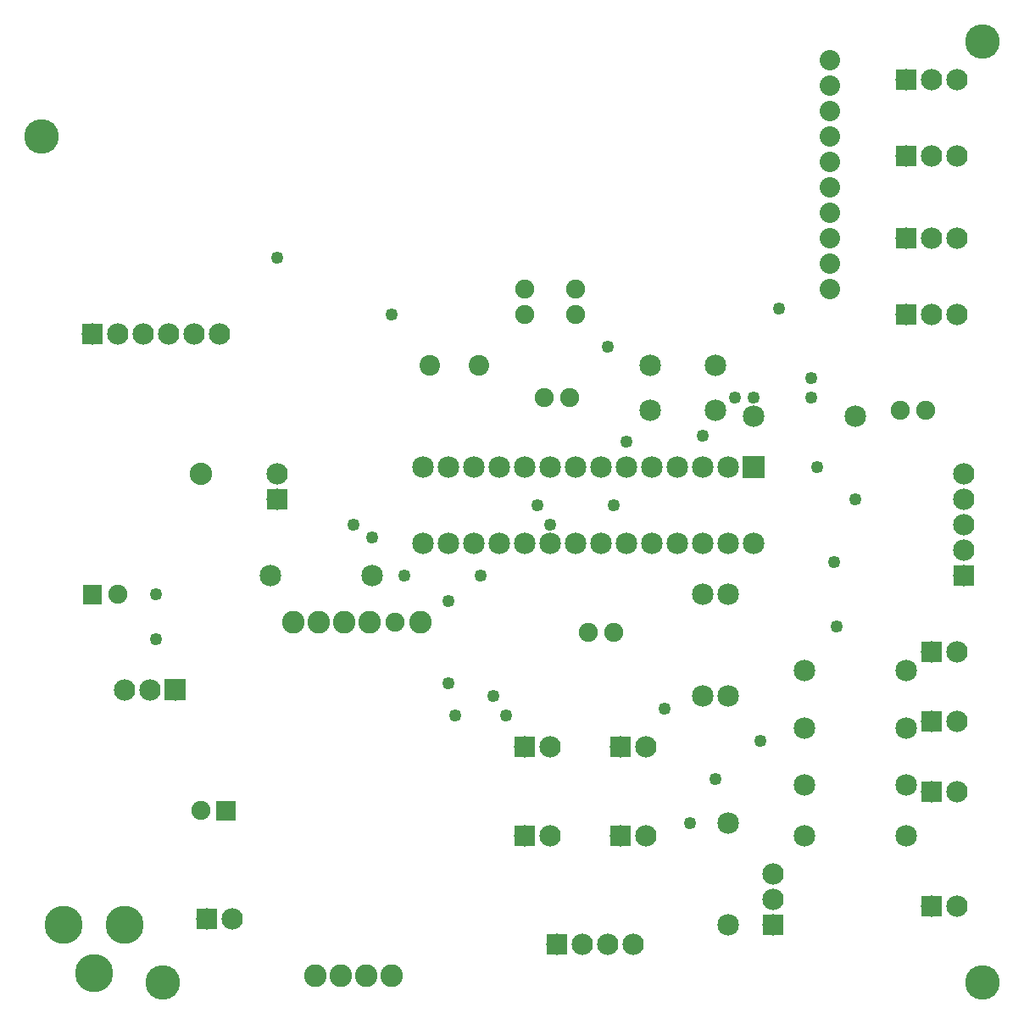
<source format=gbs>
G04 MADE WITH FRITZING*
G04 WWW.FRITZING.ORG*
G04 DOUBLE SIDED*
G04 HOLES PLATED*
G04 CONTOUR ON CENTER OF CONTOUR VECTOR*
%ASAXBY*%
%FSLAX23Y23*%
%MOIN*%
%OFA0B0*%
%SFA1.0B1.0*%
%ADD10C,0.088000*%
%ADD11C,0.049370*%
%ADD12C,0.085000*%
%ADD13C,0.084000*%
%ADD14C,0.075000*%
%ADD15C,0.135984*%
%ADD16C,0.080925*%
%ADD17C,0.080866*%
%ADD18C,0.080000*%
%ADD19C,0.088861*%
%ADD20C,0.074972*%
%ADD21C,0.088833*%
%ADD22C,0.074944*%
%ADD23C,0.150000*%
%ADD24R,0.084000X0.084000*%
%ADD25R,0.085000X0.085000*%
%ADD26R,0.001000X0.001000*%
%LNMASK0*%
G90*
G70*
G54D10*
X738Y2136D03*
G54D11*
X1038Y2986D03*
X2563Y1211D03*
X2663Y761D03*
X1838Y1736D03*
X1713Y1636D03*
X1713Y1311D03*
X563Y1486D03*
X563Y1661D03*
X1738Y1186D03*
X1938Y1186D03*
X2363Y2011D03*
X2063Y2011D03*
X1338Y1936D03*
X1413Y1886D03*
X1538Y1736D03*
X1488Y2761D03*
X2413Y2261D03*
X2338Y2636D03*
G54D12*
X3313Y2361D03*
X2913Y2361D03*
G54D13*
X2138Y286D03*
X2238Y286D03*
X2338Y286D03*
X2438Y286D03*
G54D11*
X2838Y2436D03*
X3138Y2511D03*
X3163Y2161D03*
X3313Y2036D03*
G54D14*
X3588Y2386D03*
X3488Y2386D03*
G54D11*
X2913Y2436D03*
X3138Y2436D03*
X3013Y2786D03*
G54D12*
X2507Y2563D03*
X2763Y2563D03*
X2507Y2386D03*
X2763Y2386D03*
G54D14*
X2188Y2436D03*
X2088Y2436D03*
X2363Y1511D03*
X2263Y1511D03*
G54D15*
X3813Y136D03*
X3813Y3836D03*
X113Y3461D03*
X588Y136D03*
G54D16*
X1638Y2561D03*
G54D17*
X1831Y2561D03*
G54D18*
X3213Y3761D03*
X3213Y3661D03*
X3213Y3561D03*
X3213Y3461D03*
X3213Y3361D03*
X3213Y3261D03*
X3213Y3161D03*
X3213Y3061D03*
X3213Y2961D03*
X3213Y2861D03*
G54D19*
X1603Y1551D03*
G54D20*
X1503Y1551D03*
G54D19*
X1403Y1551D03*
X1303Y1551D03*
X1203Y1551D03*
X1103Y1551D03*
G54D21*
X1488Y161D03*
X1388Y161D03*
X1288Y161D03*
X1188Y161D03*
G54D20*
X1603Y1551D03*
X1503Y1551D03*
X1403Y1551D03*
X1303Y1551D03*
X1203Y1551D03*
X1103Y1551D03*
G54D22*
X1488Y161D03*
X1388Y161D03*
X1288Y161D03*
X1188Y161D03*
G54D12*
X2913Y2161D03*
X2913Y1861D03*
X2813Y2161D03*
X2813Y1861D03*
X2713Y2161D03*
X2713Y1861D03*
X2613Y2161D03*
X2613Y1861D03*
X2513Y2161D03*
X2513Y1861D03*
X2413Y2161D03*
X2413Y1861D03*
X2313Y2161D03*
X2313Y1861D03*
X2213Y2161D03*
X2213Y1861D03*
X2113Y2161D03*
X2113Y1861D03*
X2013Y2161D03*
X2013Y1861D03*
X1913Y2161D03*
X1913Y1861D03*
X1813Y2161D03*
X1813Y1861D03*
X1713Y2161D03*
X1713Y1861D03*
X1613Y2161D03*
X1613Y1861D03*
G54D13*
X638Y1286D03*
X538Y1286D03*
X438Y1286D03*
G54D23*
X438Y361D03*
X198Y361D03*
X318Y171D03*
G54D14*
X838Y811D03*
X738Y811D03*
X2013Y2861D03*
X2013Y2761D03*
X2213Y2761D03*
X2213Y2861D03*
G54D12*
X2713Y1261D03*
X2713Y1661D03*
X2813Y1661D03*
X2813Y1261D03*
G54D14*
X313Y1661D03*
X413Y1661D03*
G54D12*
X1013Y1736D03*
X1413Y1736D03*
X2813Y761D03*
X2813Y361D03*
X3513Y711D03*
X3113Y711D03*
X3513Y1136D03*
X3113Y1136D03*
X3513Y1361D03*
X3113Y1361D03*
X3513Y911D03*
X3113Y911D03*
G54D11*
X2713Y2286D03*
X2938Y1086D03*
X3228Y1789D03*
X2113Y1936D03*
X3238Y1536D03*
X2763Y936D03*
G54D13*
X2388Y711D03*
X2488Y711D03*
X2013Y711D03*
X2113Y711D03*
X2388Y1061D03*
X2488Y1061D03*
X2013Y1061D03*
X2113Y1061D03*
X2988Y361D03*
X2988Y461D03*
X2988Y561D03*
X3613Y436D03*
X3713Y436D03*
X763Y386D03*
X863Y386D03*
X3513Y2761D03*
X3613Y2761D03*
X3713Y2761D03*
X3513Y3061D03*
X3613Y3061D03*
X3713Y3061D03*
X3513Y3386D03*
X3613Y3386D03*
X3713Y3386D03*
X3513Y3686D03*
X3613Y3686D03*
X3713Y3686D03*
X3613Y886D03*
X3713Y886D03*
X3613Y1161D03*
X3713Y1161D03*
X3613Y1436D03*
X3713Y1436D03*
X1038Y2036D03*
X1038Y2136D03*
X3738Y1736D03*
X3738Y1836D03*
X3738Y1936D03*
X3738Y2036D03*
X3738Y2136D03*
X313Y2686D03*
X413Y2686D03*
X513Y2686D03*
X613Y2686D03*
X713Y2686D03*
X813Y2686D03*
G54D11*
X1888Y1261D03*
G54D24*
X2138Y286D03*
G54D25*
X2913Y2161D03*
G54D24*
X2388Y711D03*
X2013Y711D03*
X2388Y1061D03*
X2013Y1061D03*
X2988Y361D03*
X3613Y436D03*
X763Y386D03*
X3513Y2761D03*
X3513Y3061D03*
X3513Y3386D03*
X3513Y3686D03*
X3613Y886D03*
X3613Y1161D03*
X3613Y1436D03*
X1038Y2036D03*
X3738Y1736D03*
X313Y2686D03*
G54D26*
X275Y1698D02*
X349Y1698D01*
X275Y1697D02*
X349Y1697D01*
X275Y1696D02*
X349Y1696D01*
X275Y1695D02*
X349Y1695D01*
X275Y1694D02*
X349Y1694D01*
X275Y1693D02*
X349Y1693D01*
X275Y1692D02*
X349Y1692D01*
X275Y1691D02*
X349Y1691D01*
X275Y1690D02*
X349Y1690D01*
X275Y1689D02*
X349Y1689D01*
X275Y1688D02*
X349Y1688D01*
X275Y1687D02*
X349Y1687D01*
X275Y1686D02*
X349Y1686D01*
X275Y1685D02*
X349Y1685D01*
X275Y1684D02*
X349Y1684D01*
X275Y1683D02*
X349Y1683D01*
X275Y1682D02*
X349Y1682D01*
X275Y1681D02*
X349Y1681D01*
X275Y1680D02*
X349Y1680D01*
X275Y1679D02*
X349Y1679D01*
X275Y1678D02*
X349Y1678D01*
X275Y1677D02*
X349Y1677D01*
X275Y1676D02*
X349Y1676D01*
X275Y1675D02*
X349Y1675D01*
X275Y1674D02*
X349Y1674D01*
X275Y1673D02*
X349Y1673D01*
X275Y1672D02*
X349Y1672D01*
X275Y1671D02*
X349Y1671D01*
X275Y1670D02*
X309Y1670D01*
X315Y1670D02*
X349Y1670D01*
X275Y1669D02*
X307Y1669D01*
X317Y1669D02*
X349Y1669D01*
X275Y1668D02*
X306Y1668D01*
X318Y1668D02*
X349Y1668D01*
X275Y1667D02*
X305Y1667D01*
X319Y1667D02*
X349Y1667D01*
X275Y1666D02*
X304Y1666D01*
X320Y1666D02*
X349Y1666D01*
X275Y1665D02*
X304Y1665D01*
X321Y1665D02*
X349Y1665D01*
X275Y1664D02*
X303Y1664D01*
X321Y1664D02*
X349Y1664D01*
X275Y1663D02*
X303Y1663D01*
X321Y1663D02*
X349Y1663D01*
X275Y1662D02*
X303Y1662D01*
X321Y1662D02*
X349Y1662D01*
X275Y1661D02*
X303Y1661D01*
X321Y1661D02*
X349Y1661D01*
X275Y1660D02*
X303Y1660D01*
X321Y1660D02*
X349Y1660D01*
X275Y1659D02*
X303Y1659D01*
X321Y1659D02*
X349Y1659D01*
X275Y1658D02*
X304Y1658D01*
X321Y1658D02*
X349Y1658D01*
X275Y1657D02*
X304Y1657D01*
X320Y1657D02*
X349Y1657D01*
X275Y1656D02*
X305Y1656D01*
X320Y1656D02*
X349Y1656D01*
X275Y1655D02*
X306Y1655D01*
X319Y1655D02*
X349Y1655D01*
X275Y1654D02*
X307Y1654D01*
X317Y1654D02*
X349Y1654D01*
X275Y1653D02*
X309Y1653D01*
X315Y1653D02*
X349Y1653D01*
X275Y1652D02*
X349Y1652D01*
X275Y1651D02*
X349Y1651D01*
X275Y1650D02*
X349Y1650D01*
X275Y1649D02*
X349Y1649D01*
X275Y1648D02*
X349Y1648D01*
X275Y1647D02*
X349Y1647D01*
X275Y1646D02*
X349Y1646D01*
X275Y1645D02*
X349Y1645D01*
X275Y1644D02*
X349Y1644D01*
X275Y1643D02*
X349Y1643D01*
X275Y1642D02*
X349Y1642D01*
X275Y1641D02*
X349Y1641D01*
X275Y1640D02*
X349Y1640D01*
X275Y1639D02*
X349Y1639D01*
X275Y1638D02*
X349Y1638D01*
X275Y1637D02*
X349Y1637D01*
X275Y1636D02*
X349Y1636D01*
X275Y1635D02*
X349Y1635D01*
X275Y1634D02*
X349Y1634D01*
X275Y1633D02*
X349Y1633D01*
X275Y1632D02*
X349Y1632D01*
X275Y1631D02*
X349Y1631D01*
X275Y1630D02*
X349Y1630D01*
X275Y1629D02*
X349Y1629D01*
X275Y1628D02*
X349Y1628D01*
X275Y1627D02*
X349Y1627D01*
X275Y1626D02*
X349Y1626D01*
X275Y1625D02*
X349Y1625D01*
X276Y1624D02*
X349Y1624D01*
X596Y1328D02*
X679Y1328D01*
X596Y1327D02*
X679Y1327D01*
X596Y1326D02*
X679Y1326D01*
X596Y1325D02*
X679Y1325D01*
X596Y1324D02*
X679Y1324D01*
X596Y1323D02*
X679Y1323D01*
X596Y1322D02*
X679Y1322D01*
X596Y1321D02*
X679Y1321D01*
X596Y1320D02*
X679Y1320D01*
X596Y1319D02*
X679Y1319D01*
X596Y1318D02*
X679Y1318D01*
X596Y1317D02*
X679Y1317D01*
X596Y1316D02*
X679Y1316D01*
X596Y1315D02*
X679Y1315D01*
X596Y1314D02*
X679Y1314D01*
X596Y1313D02*
X679Y1313D01*
X596Y1312D02*
X679Y1312D01*
X596Y1311D02*
X679Y1311D01*
X596Y1310D02*
X679Y1310D01*
X596Y1309D02*
X679Y1309D01*
X596Y1308D02*
X679Y1308D01*
X596Y1307D02*
X679Y1307D01*
X596Y1306D02*
X679Y1306D01*
X596Y1305D02*
X679Y1305D01*
X596Y1304D02*
X679Y1304D01*
X596Y1303D02*
X679Y1303D01*
X596Y1302D02*
X679Y1302D01*
X596Y1301D02*
X635Y1301D01*
X639Y1301D02*
X679Y1301D01*
X596Y1300D02*
X631Y1300D01*
X644Y1300D02*
X679Y1300D01*
X596Y1299D02*
X629Y1299D01*
X645Y1299D02*
X679Y1299D01*
X596Y1298D02*
X628Y1298D01*
X647Y1298D02*
X679Y1298D01*
X596Y1297D02*
X627Y1297D01*
X648Y1297D02*
X679Y1297D01*
X596Y1296D02*
X626Y1296D01*
X649Y1296D02*
X679Y1296D01*
X596Y1295D02*
X625Y1295D01*
X650Y1295D02*
X679Y1295D01*
X596Y1294D02*
X624Y1294D01*
X650Y1294D02*
X679Y1294D01*
X596Y1293D02*
X623Y1293D01*
X651Y1293D02*
X679Y1293D01*
X596Y1292D02*
X623Y1292D01*
X651Y1292D02*
X679Y1292D01*
X596Y1291D02*
X623Y1291D01*
X652Y1291D02*
X679Y1291D01*
X596Y1290D02*
X622Y1290D01*
X652Y1290D02*
X679Y1290D01*
X596Y1289D02*
X622Y1289D01*
X652Y1289D02*
X679Y1289D01*
X596Y1288D02*
X622Y1288D01*
X652Y1288D02*
X679Y1288D01*
X596Y1287D02*
X622Y1287D01*
X652Y1287D02*
X679Y1287D01*
X596Y1286D02*
X622Y1286D01*
X652Y1286D02*
X679Y1286D01*
X596Y1285D02*
X622Y1285D01*
X652Y1285D02*
X679Y1285D01*
X596Y1284D02*
X622Y1284D01*
X652Y1284D02*
X679Y1284D01*
X596Y1283D02*
X622Y1283D01*
X652Y1283D02*
X679Y1283D01*
X596Y1282D02*
X623Y1282D01*
X652Y1282D02*
X679Y1282D01*
X596Y1281D02*
X623Y1281D01*
X651Y1281D02*
X679Y1281D01*
X596Y1280D02*
X623Y1280D01*
X651Y1280D02*
X679Y1280D01*
X596Y1279D02*
X624Y1279D01*
X650Y1279D02*
X679Y1279D01*
X596Y1278D02*
X625Y1278D01*
X650Y1278D02*
X679Y1278D01*
X596Y1277D02*
X625Y1277D01*
X649Y1277D02*
X679Y1277D01*
X596Y1276D02*
X626Y1276D01*
X648Y1276D02*
X679Y1276D01*
X596Y1275D02*
X628Y1275D01*
X647Y1275D02*
X679Y1275D01*
X596Y1274D02*
X629Y1274D01*
X646Y1274D02*
X679Y1274D01*
X596Y1273D02*
X631Y1273D01*
X644Y1273D02*
X679Y1273D01*
X596Y1272D02*
X634Y1272D01*
X640Y1272D02*
X679Y1272D01*
X596Y1271D02*
X679Y1271D01*
X596Y1270D02*
X679Y1270D01*
X596Y1269D02*
X679Y1269D01*
X596Y1268D02*
X679Y1268D01*
X596Y1267D02*
X679Y1267D01*
X596Y1266D02*
X679Y1266D01*
X596Y1265D02*
X679Y1265D01*
X596Y1264D02*
X679Y1264D01*
X596Y1263D02*
X679Y1263D01*
X596Y1262D02*
X679Y1262D01*
X596Y1261D02*
X679Y1261D01*
X596Y1260D02*
X679Y1260D01*
X596Y1259D02*
X679Y1259D01*
X596Y1258D02*
X679Y1258D01*
X596Y1257D02*
X679Y1257D01*
X596Y1256D02*
X679Y1256D01*
X596Y1255D02*
X679Y1255D01*
X596Y1254D02*
X679Y1254D01*
X596Y1253D02*
X679Y1253D01*
X596Y1252D02*
X679Y1252D01*
X596Y1251D02*
X679Y1251D01*
X596Y1250D02*
X679Y1250D01*
X596Y1249D02*
X679Y1249D01*
X596Y1248D02*
X679Y1248D01*
X596Y1247D02*
X679Y1247D01*
X596Y1246D02*
X679Y1246D01*
X596Y1245D02*
X679Y1245D01*
X800Y848D02*
X874Y848D01*
X800Y847D02*
X874Y847D01*
X800Y846D02*
X874Y846D01*
X800Y845D02*
X874Y845D01*
X800Y844D02*
X874Y844D01*
X800Y843D02*
X874Y843D01*
X800Y842D02*
X874Y842D01*
X800Y841D02*
X874Y841D01*
X800Y840D02*
X874Y840D01*
X800Y839D02*
X874Y839D01*
X800Y838D02*
X874Y838D01*
X800Y837D02*
X874Y837D01*
X800Y836D02*
X874Y836D01*
X800Y835D02*
X874Y835D01*
X800Y834D02*
X874Y834D01*
X800Y833D02*
X874Y833D01*
X800Y832D02*
X874Y832D01*
X800Y831D02*
X874Y831D01*
X800Y830D02*
X874Y830D01*
X800Y829D02*
X874Y829D01*
X800Y828D02*
X874Y828D01*
X800Y827D02*
X874Y827D01*
X800Y826D02*
X874Y826D01*
X800Y825D02*
X874Y825D01*
X800Y824D02*
X874Y824D01*
X800Y823D02*
X874Y823D01*
X800Y822D02*
X874Y822D01*
X800Y821D02*
X874Y821D01*
X800Y820D02*
X834Y820D01*
X840Y820D02*
X874Y820D01*
X800Y819D02*
X832Y819D01*
X842Y819D02*
X874Y819D01*
X800Y818D02*
X831Y818D01*
X843Y818D02*
X874Y818D01*
X800Y817D02*
X830Y817D01*
X844Y817D02*
X874Y817D01*
X800Y816D02*
X829Y816D01*
X845Y816D02*
X874Y816D01*
X800Y815D02*
X829Y815D01*
X846Y815D02*
X874Y815D01*
X800Y814D02*
X828Y814D01*
X846Y814D02*
X874Y814D01*
X800Y813D02*
X828Y813D01*
X846Y813D02*
X874Y813D01*
X800Y812D02*
X828Y812D01*
X846Y812D02*
X874Y812D01*
X800Y811D02*
X828Y811D01*
X846Y811D02*
X874Y811D01*
X800Y810D02*
X828Y810D01*
X846Y810D02*
X874Y810D01*
X800Y809D02*
X828Y809D01*
X846Y809D02*
X874Y809D01*
X800Y808D02*
X829Y808D01*
X846Y808D02*
X874Y808D01*
X800Y807D02*
X829Y807D01*
X845Y807D02*
X874Y807D01*
X800Y806D02*
X830Y806D01*
X845Y806D02*
X874Y806D01*
X800Y805D02*
X831Y805D01*
X844Y805D02*
X874Y805D01*
X800Y804D02*
X832Y804D01*
X842Y804D02*
X874Y804D01*
X800Y803D02*
X834Y803D01*
X840Y803D02*
X874Y803D01*
X800Y802D02*
X874Y802D01*
X800Y801D02*
X874Y801D01*
X800Y800D02*
X874Y800D01*
X800Y799D02*
X874Y799D01*
X800Y798D02*
X874Y798D01*
X800Y797D02*
X874Y797D01*
X800Y796D02*
X874Y796D01*
X800Y795D02*
X874Y795D01*
X800Y794D02*
X874Y794D01*
X800Y793D02*
X874Y793D01*
X800Y792D02*
X874Y792D01*
X800Y791D02*
X874Y791D01*
X800Y790D02*
X874Y790D01*
X800Y789D02*
X874Y789D01*
X800Y788D02*
X874Y788D01*
X800Y787D02*
X874Y787D01*
X800Y786D02*
X874Y786D01*
X800Y785D02*
X874Y785D01*
X800Y784D02*
X874Y784D01*
X800Y783D02*
X874Y783D01*
X800Y782D02*
X874Y782D01*
X800Y781D02*
X874Y781D01*
X800Y780D02*
X874Y780D01*
X800Y779D02*
X874Y779D01*
X800Y778D02*
X874Y778D01*
X800Y777D02*
X874Y777D01*
X800Y776D02*
X874Y776D01*
X800Y775D02*
X874Y775D01*
X801Y774D02*
X874Y774D01*
D02*
G04 End of Mask0*
M02*
</source>
